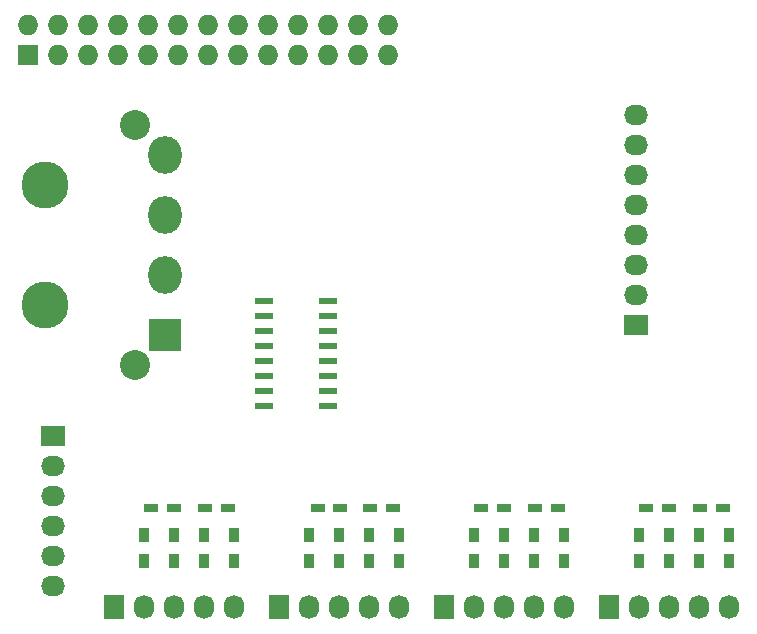
<source format=gts>
G04 #@! TF.GenerationSoftware,KiCad,Pcbnew,no-vcs-found-7613~57~ubuntu16.04.1*
G04 #@! TF.CreationDate,2017-02-12T00:19:34-08:00*
G04 #@! TF.ProjectId,access-pi,6163636573732D70692E6B696361645F,rev?*
G04 #@! TF.FileFunction,Soldermask,Top*
G04 #@! TF.FilePolarity,Negative*
%FSLAX46Y46*%
G04 Gerber Fmt 4.6, Leading zero omitted, Abs format (unit mm)*
G04 Created by KiCad (PCBNEW no-vcs-found-7613~57~ubuntu16.04.1) date Sun Feb 12 00:19:34 2017*
%MOMM*%
%LPD*%
G01*
G04 APERTURE LIST*
%ADD10C,0.150000*%
%ADD11R,2.800000X2.800000*%
%ADD12O,2.800000X3.200000*%
%ADD13C,2.540000*%
%ADD14C,3.990000*%
%ADD15R,1.727200X1.727200*%
%ADD16O,1.727200X1.727200*%
%ADD17R,0.900000X1.200000*%
%ADD18R,1.200000X0.750000*%
%ADD19R,1.727200X2.032000*%
%ADD20O,1.727200X2.032000*%
%ADD21R,2.032000X1.727200*%
%ADD22O,2.032000X1.727200*%
%ADD23R,1.500000X0.600000*%
G04 APERTURE END LIST*
D10*
D11*
X113665000Y-128905000D03*
D12*
X113665000Y-123825000D03*
X113665000Y-118745000D03*
X113665000Y-113665000D03*
D13*
X111125000Y-131445000D03*
X111125000Y-111125000D03*
D14*
X103505000Y-126365000D03*
X103505000Y-116205000D03*
D15*
X102050000Y-105170000D03*
D16*
X102050000Y-102630000D03*
X104590000Y-105170000D03*
X104590000Y-102630000D03*
X107130000Y-105170000D03*
X107130000Y-102630000D03*
X109670000Y-105170000D03*
X109670000Y-102630000D03*
X112210000Y-105170000D03*
X112210000Y-102630000D03*
X114750000Y-105170000D03*
X114750000Y-102630000D03*
X117290000Y-105170000D03*
X117290000Y-102630000D03*
X119830000Y-105170000D03*
X119830000Y-102630000D03*
X122370000Y-105170000D03*
X122370000Y-102630000D03*
X124910000Y-105170000D03*
X124910000Y-102630000D03*
X127450000Y-105170000D03*
X127450000Y-102630000D03*
X129990000Y-105170000D03*
X129990000Y-102630000D03*
X132530000Y-105170000D03*
X132530000Y-102630000D03*
D17*
X114427000Y-145839000D03*
X114427000Y-148039000D03*
X116967000Y-145839000D03*
X116967000Y-148039000D03*
X128397000Y-145839000D03*
X128397000Y-148039000D03*
X130937000Y-145839000D03*
X130937000Y-148039000D03*
X142367000Y-145839000D03*
X142367000Y-148039000D03*
X144907000Y-145839000D03*
X144907000Y-148039000D03*
D18*
X112461000Y-143510000D03*
X114361000Y-143510000D03*
X118933000Y-143510000D03*
X117033000Y-143510000D03*
X126558000Y-143510000D03*
X128458000Y-143510000D03*
X132903000Y-143510000D03*
X131003000Y-143510000D03*
X140401000Y-143510000D03*
X142301000Y-143510000D03*
X146873000Y-143510000D03*
X144973000Y-143510000D03*
X154371000Y-143510000D03*
X156271000Y-143510000D03*
X160843000Y-143510000D03*
X158943000Y-143510000D03*
D19*
X109347000Y-151892000D03*
D20*
X111887000Y-151892000D03*
X114427000Y-151892000D03*
X116967000Y-151892000D03*
X119507000Y-151892000D03*
D19*
X123317000Y-151892000D03*
D20*
X125857000Y-151892000D03*
X128397000Y-151892000D03*
X130937000Y-151892000D03*
X133477000Y-151892000D03*
D19*
X137287000Y-151892000D03*
D20*
X139827000Y-151892000D03*
X142367000Y-151892000D03*
X144907000Y-151892000D03*
X147447000Y-151892000D03*
D19*
X151257000Y-151892000D03*
D20*
X153797000Y-151892000D03*
X156337000Y-151892000D03*
X158877000Y-151892000D03*
X161417000Y-151892000D03*
D21*
X104140000Y-137414000D03*
D22*
X104140000Y-139954000D03*
X104140000Y-142494000D03*
X104140000Y-145034000D03*
X104140000Y-147574000D03*
X104140000Y-150114000D03*
D17*
X156337000Y-145839000D03*
X156337000Y-148039000D03*
X158877000Y-145839000D03*
X158877000Y-148039000D03*
X111887000Y-148039000D03*
X111887000Y-145839000D03*
X119507000Y-148039000D03*
X119507000Y-145839000D03*
X125857000Y-148039000D03*
X125857000Y-145839000D03*
X133477000Y-148039000D03*
X133477000Y-145839000D03*
X139827000Y-148039000D03*
X139827000Y-145839000D03*
X147447000Y-148039000D03*
X147447000Y-145839000D03*
X153797000Y-148039000D03*
X153797000Y-145839000D03*
X161417000Y-148039000D03*
X161417000Y-145839000D03*
D23*
X127414000Y-134874000D03*
X127414000Y-133604000D03*
X127414000Y-132334000D03*
X127414000Y-131064000D03*
X127414000Y-129794000D03*
X127414000Y-128524000D03*
X127414000Y-127254000D03*
X127414000Y-125984000D03*
X122014000Y-125984000D03*
X122014000Y-127254000D03*
X122014000Y-128524000D03*
X122014000Y-129794000D03*
X122014000Y-131064000D03*
X122014000Y-132334000D03*
X122014000Y-133604000D03*
X122014000Y-134874000D03*
D21*
X153479500Y-128016000D03*
D22*
X153479500Y-125476000D03*
X153479500Y-122936000D03*
X153479500Y-120396000D03*
X153479500Y-117856000D03*
X153479500Y-115316000D03*
X153479500Y-112776000D03*
X153479500Y-110236000D03*
M02*

</source>
